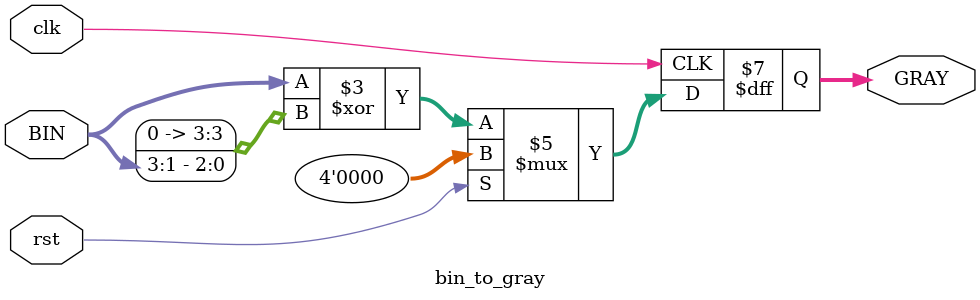
<source format=v>
module bin_to_gray(
	input clk,
	input rst,
	input [3:0] BIN,
	output reg[3:0] GRAY
	);
	
	always @ (posedge clk)
		begin
			if (rst)
				GRAY <= 4'b0000;
			else
				GRAY <= BIN ^ (BIN >> 1);
		end

endmodule
</source>
